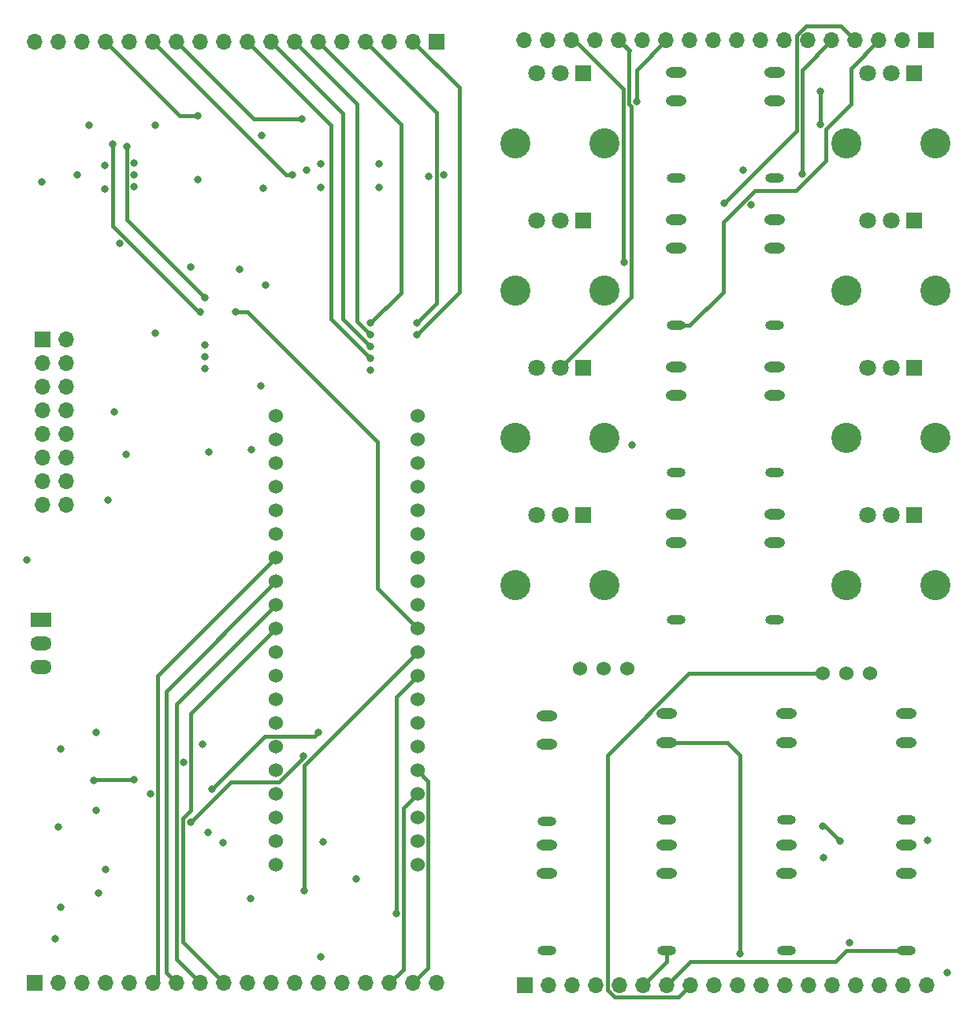
<source format=gbl>
%TF.GenerationSoftware,KiCad,Pcbnew,(6.0.0-0)*%
%TF.CreationDate,2022-07-11T02:03:33-04:00*%
%TF.ProjectId,daisy_hardware_v1,64616973-795f-4686-9172-64776172655f,rev?*%
%TF.SameCoordinates,Original*%
%TF.FileFunction,Copper,L4,Bot*%
%TF.FilePolarity,Positive*%
%FSLAX46Y46*%
G04 Gerber Fmt 4.6, Leading zero omitted, Abs format (unit mm)*
G04 Created by KiCad (PCBNEW (6.0.0-0)) date 2022-07-11 02:03:33*
%MOMM*%
%LPD*%
G01*
G04 APERTURE LIST*
%TA.AperFunction,ComponentPad*%
%ADD10O,2.216000X1.108000*%
%TD*%
%TA.AperFunction,ComponentPad*%
%ADD11O,2.016000X1.008000*%
%TD*%
%TA.AperFunction,ComponentPad*%
%ADD12R,1.700000X1.700000*%
%TD*%
%TA.AperFunction,ComponentPad*%
%ADD13O,1.700000X1.700000*%
%TD*%
%TA.AperFunction,ComponentPad*%
%ADD14C,3.240000*%
%TD*%
%TA.AperFunction,ComponentPad*%
%ADD15R,1.800000X1.800000*%
%TD*%
%TA.AperFunction,ComponentPad*%
%ADD16C,1.800000*%
%TD*%
%TA.AperFunction,ComponentPad*%
%ADD17C,1.524000*%
%TD*%
%TA.AperFunction,ComponentPad*%
%ADD18R,2.300000X1.500000*%
%TD*%
%TA.AperFunction,ComponentPad*%
%ADD19O,2.300000X1.500000*%
%TD*%
%TA.AperFunction,ViaPad*%
%ADD20C,0.800000*%
%TD*%
%TA.AperFunction,Conductor*%
%ADD21C,0.381000*%
%TD*%
G04 APERTURE END LIST*
D10*
%TO.P,J13,1*%
%TO.N,GND*%
X107870333Y-294079999D03*
%TO.P,J13,2*%
X107870333Y-297179999D03*
D11*
%TO.P,J13,3*%
%TO.N,/CV_MORPH_A_TOP*%
X107870333Y-305479999D03*
%TD*%
D10*
%TO.P,J15,1*%
%TO.N,GND*%
X118443666Y-278244000D03*
%TO.P,J15,2*%
X118443666Y-281344000D03*
D11*
%TO.P,J15,3*%
%TO.N,/CV_RATE_B_TOP*%
X118443666Y-289644000D03*
%TD*%
D12*
%TO.P,J1,1,Pin_1*%
%TO.N,-12V*%
X39820000Y-306960000D03*
D13*
%TO.P,J1,2,Pin_2*%
X42360000Y-306960000D03*
%TO.P,J1,3,Pin_3*%
%TO.N,GND*%
X39820000Y-309500000D03*
%TO.P,J1,4,Pin_4*%
X42360000Y-309500000D03*
%TO.P,J1,5,Pin_5*%
X39820000Y-312040000D03*
%TO.P,J1,6,Pin_6*%
X42360000Y-312040000D03*
%TO.P,J1,7,Pin_7*%
X39820000Y-314580000D03*
%TO.P,J1,8,Pin_8*%
X42360000Y-314580000D03*
%TO.P,J1,9,Pin_9*%
%TO.N,+12V*%
X39820000Y-317120000D03*
%TO.P,J1,10,Pin_10*%
X42360000Y-317120000D03*
%TO.P,J1,11,Pin_11*%
%TO.N,unconnected-(J1-Pad11)*%
X39820000Y-319660000D03*
%TO.P,J1,12,Pin_12*%
%TO.N,unconnected-(J1-Pad12)*%
X42360000Y-319660000D03*
%TO.P,J1,13,Pin_13*%
%TO.N,unconnected-(J1-Pad13)*%
X39820000Y-322200000D03*
%TO.P,J1,14,Pin_14*%
%TO.N,unconnected-(J1-Pad14)*%
X42360000Y-322200000D03*
%TO.P,J1,15,Pin_15*%
%TO.N,unconnected-(J1-Pad15)*%
X39820000Y-324740000D03*
%TO.P,J1,16,Pin_16*%
%TO.N,unconnected-(J1-Pad16)*%
X42360000Y-324740000D03*
%TD*%
D10*
%TO.P,J14,1*%
%TO.N,GND*%
X107870333Y-309915998D03*
%TO.P,J14,2*%
X107870333Y-313015998D03*
D11*
%TO.P,J14,3*%
%TO.N,/CV_START_A_TOP*%
X107870333Y-321315998D03*
%TD*%
D14*
%TO.P,RV1,*%
%TO.N,*%
X135737000Y-285874000D03*
X126137000Y-285874000D03*
D15*
%TO.P,RV1,1,1*%
%TO.N,+3V3*%
X133437000Y-278374000D03*
D16*
%TO.P,RV1,2,2*%
%TO.N,/POT_RATE_B_TOP*%
X130937000Y-278374000D03*
%TO.P,RV1,3,3*%
%TO.N,GND*%
X128437000Y-278374000D03*
%TD*%
D10*
%TO.P,J10,1*%
%TO.N,GND*%
X119718666Y-347215000D03*
%TO.P,J10,2*%
%TO.N,/SYNC_DETECT_B_TOP*%
X119718666Y-350315000D03*
D11*
%TO.P,J10,3*%
%TO.N,/SYNC_B_TOP*%
X119718666Y-358615000D03*
%TD*%
D14*
%TO.P,RV3,*%
%TO.N,*%
X100177000Y-317546000D03*
X90577000Y-317546000D03*
D15*
%TO.P,RV3,1,1*%
%TO.N,+3V3*%
X97877000Y-310046000D03*
D16*
%TO.P,RV3,2,2*%
%TO.N,/POT_START_A_TOP*%
X95377000Y-310046000D03*
%TO.P,RV3,3,3*%
%TO.N,GND*%
X92877000Y-310046000D03*
%TD*%
D14*
%TO.P,RV5,*%
%TO.N,*%
X100177000Y-301710000D03*
X90577000Y-301710000D03*
D15*
%TO.P,RV5,1,1*%
%TO.N,+3V3*%
X97877000Y-294210000D03*
D16*
%TO.P,RV5,2,2*%
%TO.N,/POT_MORPH_A_TOP*%
X95377000Y-294210000D03*
%TO.P,RV5,3,3*%
%TO.N,GND*%
X92877000Y-294210000D03*
%TD*%
D10*
%TO.P,J3,1*%
%TO.N,GND*%
X93980000Y-361312000D03*
%TO.P,J3,2*%
%TO.N,unconnected-(J3-Pad2)*%
X93980000Y-364412000D03*
D11*
%TO.P,J3,3*%
%TO.N,/DAC1_TOP*%
X93980000Y-372712000D03*
%TD*%
D10*
%TO.P,J18,1*%
%TO.N,GND*%
X107870333Y-325751998D03*
%TO.P,J18,2*%
X107870333Y-328851998D03*
D11*
%TO.P,J18,3*%
%TO.N,/CV_END_A_TOP*%
X107870333Y-337151998D03*
%TD*%
D14*
%TO.P,RV2,*%
%TO.N,*%
X135737000Y-301710000D03*
X126137000Y-301710000D03*
D15*
%TO.P,RV2,1,1*%
%TO.N,+3V3*%
X133437000Y-294210000D03*
D16*
%TO.P,RV2,2,2*%
%TO.N,/POT_MORPH_B_TOP*%
X130937000Y-294210000D03*
%TO.P,RV2,3,3*%
%TO.N,GND*%
X128437000Y-294210000D03*
%TD*%
D10*
%TO.P,J12,1*%
%TO.N,GND*%
X107870333Y-278244000D03*
%TO.P,J12,2*%
X107870333Y-281344000D03*
D11*
%TO.P,J12,3*%
%TO.N,/CV_RATE_A_TOP*%
X107870333Y-289644000D03*
%TD*%
D10*
%TO.P,J16,1*%
%TO.N,GND*%
X118443666Y-294080000D03*
%TO.P,J16,2*%
X118443666Y-297180000D03*
D11*
%TO.P,J16,3*%
%TO.N,/CV_MORPH_B_TOP*%
X118443666Y-305480000D03*
%TD*%
D10*
%TO.P,J17,1*%
%TO.N,GND*%
X118443666Y-309916000D03*
%TO.P,J17,2*%
X118443666Y-313016000D03*
D11*
%TO.P,J17,3*%
%TO.N,/CV_START_B_TOP*%
X118443666Y-321316000D03*
%TD*%
D10*
%TO.P,J7,1*%
%TO.N,GND*%
X93980000Y-347444500D03*
%TO.P,J7,2*%
%TO.N,/SYNC_DETECT_A_TOP*%
X93980000Y-350544500D03*
D11*
%TO.P,J7,3*%
%TO.N,/SYNC_A_TOP*%
X93980000Y-358844500D03*
%TD*%
D10*
%TO.P,J4,1*%
%TO.N,GND*%
X106849333Y-361312000D03*
%TO.P,J4,2*%
%TO.N,unconnected-(J4-Pad2)*%
X106849333Y-364412000D03*
D11*
%TO.P,J4,3*%
%TO.N,/EOC_A_TOP*%
X106849333Y-372712000D03*
%TD*%
D14*
%TO.P,RV4,*%
%TO.N,*%
X90577000Y-333382000D03*
X100177000Y-333382000D03*
D15*
%TO.P,RV4,1,1*%
%TO.N,+3V3*%
X97877000Y-325882000D03*
D16*
%TO.P,RV4,2,2*%
%TO.N,/POT_END_A_TOP*%
X95377000Y-325882000D03*
%TO.P,RV4,3,3*%
%TO.N,GND*%
X92877000Y-325882000D03*
%TD*%
D14*
%TO.P,RV7,*%
%TO.N,*%
X126137000Y-333382000D03*
X135737000Y-333382000D03*
D15*
%TO.P,RV7,1,1*%
%TO.N,+3V3*%
X133437000Y-325882000D03*
D16*
%TO.P,RV7,2,2*%
%TO.N,/POT_END_B_TOP*%
X130937000Y-325882000D03*
%TO.P,RV7,3,3*%
%TO.N,GND*%
X128437000Y-325882000D03*
%TD*%
D10*
%TO.P,J2,1*%
%TO.N,GND*%
X119718666Y-361312000D03*
%TO.P,J2,2*%
%TO.N,unconnected-(J2-Pad2)*%
X119718666Y-364412000D03*
D11*
%TO.P,J2,3*%
%TO.N,/DAC2_TOP*%
X119718666Y-372712000D03*
%TD*%
D17*
%TO.P,SW1,1,A*%
%TO.N,/SW_A_1_TOP*%
X97536000Y-342392000D03*
%TO.P,SW1,2,B*%
%TO.N,GND*%
X100076000Y-342392000D03*
%TO.P,SW1,3,C*%
%TO.N,/SW_A_2_TOP*%
X102616000Y-342392000D03*
%TD*%
D10*
%TO.P,J19,1*%
%TO.N,GND*%
X118443666Y-325752000D03*
%TO.P,J19,2*%
X118443666Y-328852000D03*
D11*
%TO.P,J19,3*%
%TO.N,/CV_END_B_TOP*%
X118443666Y-337152000D03*
%TD*%
D10*
%TO.P,J11,1*%
%TO.N,GND*%
X132588000Y-347215000D03*
%TO.P,J11,2*%
%TO.N,/RESET_DETECT_B_TOP*%
X132588000Y-350315000D03*
D11*
%TO.P,J11,3*%
%TO.N,/RESET_B_TOP*%
X132588000Y-358615000D03*
%TD*%
D14*
%TO.P,RV8,*%
%TO.N,*%
X100177000Y-285874000D03*
X90577000Y-285874000D03*
D15*
%TO.P,RV8,1,1*%
%TO.N,+3V3*%
X97877000Y-278374000D03*
D16*
%TO.P,RV8,2,2*%
%TO.N,/POT_RATE_A_TOP*%
X95377000Y-278374000D03*
%TO.P,RV8,3,3*%
%TO.N,GND*%
X92877000Y-278374000D03*
%TD*%
D10*
%TO.P,J8,1*%
%TO.N,GND*%
X106849333Y-347215000D03*
%TO.P,J8,2*%
%TO.N,/RESET_DETECT_A_TOP*%
X106849333Y-350315000D03*
D11*
%TO.P,J8,3*%
%TO.N,/RESET_A_TOP*%
X106849333Y-358615000D03*
%TD*%
D14*
%TO.P,RV6,*%
%TO.N,*%
X126137000Y-317546000D03*
X135737000Y-317546000D03*
D15*
%TO.P,RV6,1,1*%
%TO.N,+3V3*%
X133437000Y-310046000D03*
D16*
%TO.P,RV6,2,2*%
%TO.N,/POT_START_B_TOP*%
X130937000Y-310046000D03*
%TO.P,RV6,3,3*%
%TO.N,GND*%
X128437000Y-310046000D03*
%TD*%
D10*
%TO.P,J5,1*%
%TO.N,GND*%
X132588000Y-361312000D03*
%TO.P,J5,2*%
%TO.N,unconnected-(J5-Pad2)*%
X132588000Y-364412000D03*
D11*
%TO.P,J5,3*%
%TO.N,/EOC_B_TOP*%
X132588000Y-372712000D03*
%TD*%
D18*
%TO.P,U9,1,IN*%
%TO.N,+12V*%
X39586000Y-337128400D03*
D19*
%TO.P,U9,2,GND*%
%TO.N,GND*%
X39586000Y-339668400D03*
%TO.P,U9,3,OUT*%
%TO.N,+3V3*%
X39586000Y-342208400D03*
%TD*%
D17*
%TO.P,U1,1*%
%TO.N,unconnected-(U1-Pad1)*%
X64830000Y-315232000D03*
%TO.P,U1,2*%
%TO.N,/MUX2_S2*%
X64830000Y-317772000D03*
%TO.P,U1,3*%
%TO.N,/MUX2_S1*%
X64830000Y-320312000D03*
%TO.P,U1,4*%
%TO.N,/MUX2_S0*%
X64830000Y-322852000D03*
%TO.P,U1,5*%
%TO.N,unconnected-(U1-Pad5)*%
X64830000Y-325392000D03*
%TO.P,U1,6*%
%TO.N,unconnected-(U1-Pad6)*%
X64830000Y-327932000D03*
%TO.P,U1,7*%
%TO.N,/RESET_DETECT_B_BOTTOM*%
X64830000Y-330472000D03*
%TO.P,U1,8*%
%TO.N,/SYNC_DETECT_B_BOTTOM*%
X64830000Y-333012000D03*
%TO.P,U1,9*%
%TO.N,/RESET_DETECT_A_BOTTOM*%
X64830000Y-335552000D03*
%TO.P,U1,10*%
%TO.N,/SYNC_DETECT_A_BOTTOM*%
X64830000Y-338092000D03*
%TO.P,U1,11*%
%TO.N,/SYNC_B*%
X64830000Y-340632000D03*
%TO.P,U1,12*%
%TO.N,unconnected-(U1-Pad12)*%
X64830000Y-343172000D03*
%TO.P,U1,13*%
%TO.N,/SYNC_A*%
X64830000Y-345712000D03*
%TO.P,U1,14*%
%TO.N,/RESET_A*%
X64830000Y-348252000D03*
%TO.P,U1,15*%
%TO.N,/RESET_B*%
X64830000Y-350792000D03*
%TO.P,U1,16*%
%TO.N,unconnected-(U1-Pad16)*%
X64830000Y-353332000D03*
%TO.P,U1,17*%
%TO.N,unconnected-(U1-Pad17)*%
X64830000Y-355872000D03*
%TO.P,U1,18*%
%TO.N,unconnected-(U1-Pad18)*%
X64830000Y-358412000D03*
%TO.P,U1,19*%
%TO.N,unconnected-(U1-Pad19)*%
X64830000Y-360952000D03*
%TO.P,U1,20*%
%TO.N,GND*%
X64830000Y-363492000D03*
%TO.P,U1,21*%
%TO.N,unconnected-(U1-Pad21)*%
X80070000Y-363492000D03*
%TO.P,U1,22*%
%TO.N,/SW_B_2_BOTTOM*%
X80070000Y-360952000D03*
%TO.P,U1,23*%
%TO.N,/SW_B_1_BOTTOM*%
X80070000Y-358412000D03*
%TO.P,U1,24*%
%TO.N,/SW_A_2_BOTTOM*%
X80070000Y-355872000D03*
%TO.P,U1,25*%
%TO.N,/SW_A_1_BOTTOM*%
X80070000Y-353332000D03*
%TO.P,U1,26*%
%TO.N,/EOC_B*%
X80070000Y-350792000D03*
%TO.P,U1,27*%
%TO.N,/EOC_A*%
X80070000Y-348252000D03*
%TO.P,U1,28*%
%TO.N,unconnected-(U1-Pad28)*%
X80070000Y-345712000D03*
%TO.P,U1,29*%
%TO.N,/DAC1*%
X80070000Y-343172000D03*
%TO.P,U1,30*%
%TO.N,/DAC2*%
X80070000Y-340632000D03*
%TO.P,U1,31*%
%TO.N,/MUX2_ADC*%
X80070000Y-338092000D03*
%TO.P,U1,32*%
%TO.N,/MUX1_S2*%
X80070000Y-335552000D03*
%TO.P,U1,33*%
%TO.N,/MUX1_S1*%
X80070000Y-333012000D03*
%TO.P,U1,34*%
%TO.N,/MUX1_S0*%
X80070000Y-330472000D03*
%TO.P,U1,35*%
%TO.N,/MUX1_ADC*%
X80070000Y-327932000D03*
%TO.P,U1,36*%
%TO.N,unconnected-(U1-Pad36)*%
X80070000Y-325392000D03*
%TO.P,U1,37*%
%TO.N,unconnected-(U1-Pad37)*%
X80070000Y-322852000D03*
%TO.P,U1,38*%
%TO.N,unconnected-(U1-Pad38)*%
X80070000Y-320312000D03*
%TO.P,U1,39*%
%TO.N,+3V3*%
X80070000Y-317772000D03*
%TO.P,U1,40*%
%TO.N,GND*%
X80070000Y-315232000D03*
%TD*%
%TO.P,SW2,1,A*%
%TO.N,/SW_B_1_TOP*%
X123571000Y-342900000D03*
%TO.P,SW2,2,B*%
%TO.N,GND*%
X126111000Y-342900000D03*
%TO.P,SW2,3,C*%
%TO.N,/SW_B_2_TOP*%
X128651000Y-342900000D03*
%TD*%
D12*
%TO.P,J21,1,Pin_1*%
%TO.N,+3V3*%
X38976400Y-376193600D03*
D13*
%TO.P,J21,2,Pin_2*%
%TO.N,/RESET_A_BOTTOM*%
X41516400Y-376193600D03*
%TO.P,J21,3,Pin_3*%
%TO.N,/RESET_B_BOTTOM*%
X44056400Y-376193600D03*
%TO.P,J21,4,Pin_4*%
%TO.N,/SYNC_B_BOTTOM*%
X46596400Y-376193600D03*
%TO.P,J21,5,Pin_5*%
%TO.N,/SYNC_A_BOTTOM*%
X49136400Y-376193600D03*
%TO.P,J21,6,Pin_6*%
%TO.N,/RESET_DETECT_B_BOTTOM*%
X51676400Y-376193600D03*
%TO.P,J21,7,Pin_7*%
%TO.N,/SYNC_DETECT_B_BOTTOM*%
X54216400Y-376193600D03*
%TO.P,J21,8,Pin_8*%
%TO.N,/RESET_DETECT_A_BOTTOM*%
X56756400Y-376193600D03*
%TO.P,J21,9,Pin_9*%
%TO.N,/SYNC_DETECT_A_BOTTOM*%
X59296400Y-376193600D03*
%TO.P,J21,10,Pin_10*%
%TO.N,/SW_B_2_BOTTOM*%
X61836400Y-376193600D03*
%TO.P,J21,11,Pin_11*%
%TO.N,/SW_B_1_BOTTOM*%
X64376400Y-376193600D03*
%TO.P,J21,12,Pin_12*%
%TO.N,/EOC_B_BOTTOM*%
X66916400Y-376193600D03*
%TO.P,J21,13,Pin_13*%
%TO.N,/EOC_A_BOTTOM*%
X69456400Y-376193600D03*
%TO.P,J21,14,Pin_14*%
%TO.N,/DAC2_BOTTOM*%
X71996400Y-376193600D03*
%TO.P,J21,15,Pin_15*%
%TO.N,/DAC1_BOTTOM*%
X74536400Y-376193600D03*
%TO.P,J21,16,Pin_16*%
%TO.N,/SW_A_2_BOTTOM*%
X77076400Y-376193600D03*
%TO.P,J21,17,Pin_17*%
%TO.N,/SW_A_1_BOTTOM*%
X79616400Y-376193600D03*
%TO.P,J21,18,Pin_18*%
%TO.N,GND*%
X82156400Y-376193600D03*
%TD*%
D12*
%TO.P,J20,1,Pin_1*%
%TO.N,unconnected-(J20-Pad1)*%
X82126400Y-274975000D03*
D13*
%TO.P,J20,2,Pin_2*%
%TO.N,/POT_END_B_BOTTOM*%
X79586400Y-274975000D03*
%TO.P,J20,3,Pin_3*%
%TO.N,/POT_END_A_BOTTOM*%
X77046400Y-274975000D03*
%TO.P,J20,4,Pin_4*%
%TO.N,/POT_START_B_BOTTOM*%
X74506400Y-274975000D03*
%TO.P,J20,5,Pin_5*%
%TO.N,/POT_START_A_BOTTOM*%
X71966400Y-274975000D03*
%TO.P,J20,6,Pin_6*%
%TO.N,/POT_MORPH_B_BOTTOM*%
X69426400Y-274975000D03*
%TO.P,J20,7,Pin_7*%
%TO.N,/POT_RATE_B_BOTTOM*%
X66886400Y-274975000D03*
%TO.P,J20,8,Pin_8*%
%TO.N,/POT_RATE_A_BOTTOM*%
X64346400Y-274975000D03*
%TO.P,J20,9,Pin_9*%
%TO.N,/POT_MORPH_A_BOTTOM*%
X61806400Y-274975000D03*
%TO.P,J20,10,Pin_10*%
%TO.N,/CV_START_B_BOTTOM*%
X59266400Y-274975000D03*
%TO.P,J20,11,Pin_11*%
%TO.N,/CV_END_B_BOTTOM*%
X56726400Y-274975000D03*
%TO.P,J20,12,Pin_12*%
%TO.N,/CV_RATE_B_BOTTOM*%
X54186400Y-274975000D03*
%TO.P,J20,13,Pin_13*%
%TO.N,/CV_MORPH_B_BOTTOM*%
X51646400Y-274975000D03*
%TO.P,J20,14,Pin_14*%
%TO.N,/CV_START_A_BOTTOM*%
X49106400Y-274975000D03*
%TO.P,J20,15,Pin_15*%
%TO.N,/CV_END_A_BOTTOM*%
X46566400Y-274975000D03*
%TO.P,J20,16,Pin_16*%
%TO.N,/CV_RATE_A_BOTTOM*%
X44026400Y-274975000D03*
%TO.P,J20,17,Pin_17*%
%TO.N,/CV_MORPH_A_BOTTOM*%
X41486400Y-274975000D03*
%TO.P,J20,18,Pin_18*%
%TO.N,unconnected-(J20-Pad18)*%
X38946400Y-274975000D03*
%TD*%
D12*
%TO.P,J9,1,Pin_1*%
%TO.N,GND*%
X91592400Y-376428000D03*
D13*
%TO.P,J9,2,Pin_2*%
%TO.N,/SW_A_1_TOP*%
X94132400Y-376428000D03*
%TO.P,J9,3,Pin_3*%
%TO.N,/SW_A_2_TOP*%
X96672400Y-376428000D03*
%TO.P,J9,4,Pin_4*%
%TO.N,/DAC1_TOP*%
X99212400Y-376428000D03*
%TO.P,J9,5,Pin_5*%
%TO.N,/DAC2_TOP*%
X101752400Y-376428000D03*
%TO.P,J9,6,Pin_6*%
%TO.N,/EOC_A_TOP*%
X104292400Y-376428000D03*
%TO.P,J9,7,Pin_7*%
%TO.N,/EOC_B_TOP*%
X106832400Y-376428000D03*
%TO.P,J9,8,Pin_8*%
%TO.N,/SW_B_1_TOP*%
X109372400Y-376428000D03*
%TO.P,J9,9,Pin_9*%
%TO.N,/SW_B_2_TOP*%
X111912400Y-376428000D03*
%TO.P,J9,10,Pin_10*%
%TO.N,/SYNC_DETECT_A_TOP*%
X114452400Y-376428000D03*
%TO.P,J9,11,Pin_11*%
%TO.N,/RESET_DETECT_A_TOP*%
X116992400Y-376428000D03*
%TO.P,J9,12,Pin_12*%
%TO.N,/SYNC_DETECT_B_TOP*%
X119532400Y-376428000D03*
%TO.P,J9,13,Pin_13*%
%TO.N,/RESET_DETECT_B_TOP*%
X122072400Y-376428000D03*
%TO.P,J9,14,Pin_14*%
%TO.N,/SYNC_A_TOP*%
X124612400Y-376428000D03*
%TO.P,J9,15,Pin_15*%
%TO.N,/SYNC_B_TOP*%
X127152400Y-376428000D03*
%TO.P,J9,16,Pin_16*%
%TO.N,/RESET_B_TOP*%
X129692400Y-376428000D03*
%TO.P,J9,17,Pin_17*%
%TO.N,/RESET_A_TOP*%
X132232400Y-376428000D03*
%TO.P,J9,18,Pin_18*%
%TO.N,+3V3*%
X134772400Y-376428000D03*
%TD*%
D12*
%TO.P,J6,1,Pin_1*%
%TO.N,unconnected-(J6-Pad1)*%
X134742400Y-274828000D03*
D13*
%TO.P,J6,2,Pin_2*%
%TO.N,/CV_RATE_A_TOP*%
X132202400Y-274828000D03*
%TO.P,J6,3,Pin_3*%
%TO.N,/CV_MORPH_A_TOP*%
X129662400Y-274828000D03*
%TO.P,J6,4,Pin_4*%
%TO.N,/CV_START_A_TOP*%
X127122400Y-274828000D03*
%TO.P,J6,5,Pin_5*%
%TO.N,/CV_RATE_B_TOP*%
X124582400Y-274828000D03*
%TO.P,J6,6,Pin_6*%
%TO.N,/CV_MORPH_B_TOP*%
X122042400Y-274828000D03*
%TO.P,J6,7,Pin_7*%
%TO.N,/CV_START_B_TOP*%
X119502400Y-274828000D03*
%TO.P,J6,8,Pin_8*%
%TO.N,/CV_END_A_TOP*%
X116962400Y-274828000D03*
%TO.P,J6,9,Pin_9*%
%TO.N,/CV_END_B_TOP*%
X114422400Y-274828000D03*
%TO.P,J6,10,Pin_10*%
%TO.N,/POT_RATE_B_TOP*%
X111882400Y-274828000D03*
%TO.P,J6,11,Pin_11*%
%TO.N,/POT_RATE_A_TOP*%
X109342400Y-274828000D03*
%TO.P,J6,12,Pin_12*%
%TO.N,/POT_MORPH_A_TOP*%
X106802400Y-274828000D03*
%TO.P,J6,13,Pin_13*%
%TO.N,/POT_MORPH_B_TOP*%
X104262400Y-274828000D03*
%TO.P,J6,14,Pin_14*%
%TO.N,/POT_START_A_TOP*%
X101722400Y-274828000D03*
%TO.P,J6,15,Pin_15*%
%TO.N,/POT_START_B_TOP*%
X99182400Y-274828000D03*
%TO.P,J6,16,Pin_16*%
%TO.N,/POT_END_A_TOP*%
X96642400Y-274828000D03*
%TO.P,J6,17,Pin_17*%
%TO.N,/POT_END_B_TOP*%
X94102400Y-274828000D03*
%TO.P,J6,18,Pin_18*%
%TO.N,unconnected-(J6-Pad18)*%
X91562400Y-274828000D03*
%TD*%
D20*
%TO.N,GND*%
X75908000Y-290621000D03*
X134899400Y-360857800D03*
X46514000Y-290848000D03*
X38112800Y-330727600D03*
X51368000Y-355872000D03*
X69685000Y-290621000D03*
X41716000Y-351046000D03*
X41716000Y-368064000D03*
X46825000Y-324276000D03*
X57210000Y-308882000D03*
X41462000Y-359428000D03*
X49618000Y-290594000D03*
X47460000Y-314751000D03*
X75908000Y-288081000D03*
X69685000Y-288081000D03*
X46514000Y-288308000D03*
X51876000Y-306342000D03*
X49618000Y-288054000D03*
X49618000Y-289324000D03*
X54952000Y-352422180D03*
X57210000Y-310152000D03*
X57210000Y-307612000D03*
%TO.N,/RESET_A*%
X45272000Y-354376000D03*
X49590000Y-354348000D03*
%TO.N,/RESET_B*%
X59197480Y-361106000D03*
X46542000Y-364000000D03*
%TO.N,-12V*%
X62192000Y-318840400D03*
X73466000Y-365016000D03*
%TO.N,+12V*%
X48730000Y-319329800D03*
X69656000Y-373398000D03*
X39586000Y-337128400D03*
%TO.N,+3V3*%
X45526000Y-349268000D03*
X45526000Y-357650000D03*
X63233400Y-312007800D03*
X43494000Y-289324000D03*
X68132000Y-288816000D03*
X41110000Y-371393000D03*
X45780000Y-366540000D03*
X136982200Y-375056400D03*
X55686000Y-299230000D03*
X57569200Y-359963000D03*
X60992000Y-299484000D03*
X56956000Y-350538000D03*
%TO.N,/MUX2_ADC*%
X60512000Y-304056000D03*
%TO.N,/CV_END_A*%
X48828000Y-286276000D03*
X57210000Y-302532000D03*
%TO.N,/CV_RATE_A*%
X56702000Y-304056000D03*
X47304000Y-286022000D03*
%TO.N,/RESET_A_TOP*%
X123698000Y-362712000D03*
%TO.N,/EOC_B*%
X67827385Y-351757385D03*
X55686000Y-358920000D03*
%TO.N,/EOC_A*%
X57972000Y-355364000D03*
X69402000Y-349268000D03*
%TO.N,/SYNC_B_TOP*%
X123571000Y-359283000D03*
X125504000Y-360934000D03*
%TO.N,/CV_START_A_TOP*%
X113030000Y-292354000D03*
%TO.N,/CV_RATE_B_TOP*%
X121412000Y-289179000D03*
%TO.N,/CV_MORPH_B_TOP*%
X123345000Y-283845000D03*
X123317000Y-280289000D03*
%TO.N,/CV_START_B_TOP*%
X115938115Y-292468115D03*
%TO.N,/DAC2*%
X67878000Y-366286000D03*
%TO.N,/DAC1*%
X77784000Y-368700000D03*
%TO.N,/POT_RATE_B_BOTTOM*%
X75055000Y-306469000D03*
%TO.N,/POT_RATE_A_BOTTOM*%
X75055000Y-307739000D03*
%TO.N,/POT_MORPH_A_BOTTOM*%
X75055000Y-309009000D03*
%TO.N,/POT_MORPH_B_BOTTOM*%
X75055000Y-305199000D03*
%TO.N,/POT_START_B_BOTTOM*%
X80005000Y-305199000D03*
%TO.N,/POT_END_B_BOTTOM*%
X80005000Y-306469000D03*
%TO.N,/CV_END_B_TOP*%
X115062000Y-288798000D03*
%TO.N,/CV_RATE_B_BOTTOM*%
X67624000Y-283256000D03*
%TO.N,/CV_MORPH_B_BOTTOM*%
X66608000Y-289324000D03*
%TO.N,/CV_END_A_BOTTOM*%
X56448000Y-282974000D03*
%TO.N,AREF_-10V*%
X51876000Y-283990000D03*
X63462000Y-290748000D03*
X82892000Y-289324000D03*
X48066000Y-296690000D03*
X44764000Y-283990000D03*
X63335000Y-285033000D03*
X56448000Y-289832000D03*
X39684000Y-290086000D03*
X81312000Y-289478000D03*
%TO.N,+5V*%
X57620000Y-319091000D03*
X62141200Y-367125800D03*
X75055000Y-310279000D03*
X63749000Y-301135000D03*
%TO.N,/RESET_DETECT_A_TOP*%
X114681000Y-372999000D03*
%TO.N,/RESET_DETECT_B_TOP*%
X126492000Y-371856000D03*
%TO.N,/POT_MORPH_A_TOP*%
X103632000Y-281432000D03*
%TO.N,/POT_END_A_TOP*%
X102235000Y-298704000D03*
%TO.N,/POT_END_B_TOP*%
X103124000Y-318338000D03*
%TO.N,/SW_B_2_BOTTOM*%
X69939000Y-360979000D03*
%TD*%
D21*
%TO.N,/RESET_A*%
X49590000Y-354348000D02*
X45300000Y-354348000D01*
X45300000Y-354348000D02*
X45272000Y-354376000D01*
%TO.N,/EOC_A_TOP*%
X106849333Y-372712000D02*
X106849333Y-373871067D01*
X106849333Y-373871067D02*
X104292400Y-376428000D01*
%TO.N,/EOC_B_TOP*%
X126144000Y-372712000D02*
X132588000Y-372712000D01*
X106832400Y-376428000D02*
X109372400Y-373888000D01*
X124968000Y-373888000D02*
X126144000Y-372712000D01*
X109372400Y-373888000D02*
X124968000Y-373888000D01*
%TO.N,/MUX2_ADC*%
X75752000Y-318026000D02*
X75752000Y-333774000D01*
X60512000Y-304056000D02*
X61782000Y-304056000D01*
X61782000Y-304056000D02*
X75752000Y-318026000D01*
X75752000Y-333774000D02*
X80070000Y-338092000D01*
%TO.N,/CV_END_A*%
X48828000Y-294150000D02*
X57210000Y-302532000D01*
X48828000Y-286276000D02*
X48828000Y-294150000D01*
%TO.N,/CV_RATE_A*%
X47304000Y-286022000D02*
X47304000Y-294810755D01*
X56702000Y-304208755D02*
X56702000Y-304056000D01*
X47304000Y-294810755D02*
X56702000Y-304208755D01*
%TO.N,/EOC_B*%
X65189191Y-354602000D02*
X60004000Y-354602000D01*
X67827385Y-351963806D02*
X65189191Y-354602000D01*
X67827385Y-351757385D02*
X67827385Y-351963806D01*
X60004000Y-354602000D02*
X55686000Y-358920000D01*
%TO.N,/EOC_A*%
X63696011Y-349639989D02*
X69030011Y-349639989D01*
X69030011Y-349639989D02*
X69402000Y-349268000D01*
X57972000Y-355364000D02*
X63696011Y-349639989D01*
%TO.N,/SW_B_1_TOP*%
X109220000Y-342900000D02*
X123571000Y-342900000D01*
X108132389Y-377668011D02*
X101238770Y-377668011D01*
X101238770Y-377668011D02*
X100457000Y-376886241D01*
X109372400Y-376428000D02*
X108132389Y-377668011D01*
X100457000Y-376886241D02*
X100457000Y-351663000D01*
X100457000Y-351663000D02*
X109220000Y-342900000D01*
%TO.N,/SYNC_B_TOP*%
X123571000Y-359283000D02*
X123853000Y-359283000D01*
X123853000Y-359283000D02*
X125504000Y-360934000D01*
%TO.N,/CV_MORPH_A_TOP*%
X116332000Y-290957000D02*
X120751245Y-290957000D01*
X107870333Y-305479999D02*
X109302001Y-305479999D01*
X123952000Y-287756245D02*
X123952000Y-284355245D01*
X126619000Y-281688245D02*
X126619000Y-277871400D01*
X120751245Y-290957000D02*
X123952000Y-287756245D01*
X112903000Y-294386000D02*
X116332000Y-290957000D01*
X109302001Y-305479999D02*
X112903000Y-301879000D01*
X126619000Y-277871400D02*
X129662400Y-274828000D01*
X123952000Y-284355245D02*
X126619000Y-281688245D01*
X112903000Y-301879000D02*
X112903000Y-294386000D01*
%TO.N,/CV_START_A_TOP*%
X120802389Y-284581611D02*
X120802389Y-274314370D01*
X113030000Y-292354000D02*
X120802389Y-284581611D01*
X121812759Y-273304000D02*
X125598400Y-273304000D01*
X120802389Y-274314370D02*
X121812759Y-273304000D01*
X125598400Y-273304000D02*
X127122400Y-274828000D01*
%TO.N,/CV_RATE_B_TOP*%
X121412000Y-277998400D02*
X124582400Y-274828000D01*
X121412000Y-289179000D02*
X121412000Y-277998400D01*
%TO.N,/CV_MORPH_B_TOP*%
X123317000Y-280289000D02*
X123317000Y-283817000D01*
X123317000Y-283817000D02*
X123345000Y-283845000D01*
%TO.N,/DAC2*%
X80070000Y-340632000D02*
X67878000Y-352824000D01*
X67878000Y-352824000D02*
X67878000Y-366286000D01*
%TO.N,/DAC1*%
X80070000Y-343172000D02*
X77784000Y-345458000D01*
X77784000Y-345458000D02*
X77784000Y-368700000D01*
%TO.N,/POT_RATE_B_BOTTOM*%
X66886400Y-274975000D02*
X73596000Y-281684600D01*
X73596000Y-281684600D02*
X73596000Y-305010000D01*
X73596000Y-305010000D02*
X75055000Y-306469000D01*
%TO.N,/POT_RATE_A_BOTTOM*%
X72072000Y-304756000D02*
X75055000Y-307739000D01*
X72072000Y-304756000D02*
X72072000Y-282700600D01*
X72072000Y-282700600D02*
X64346400Y-274975000D01*
%TO.N,/POT_MORPH_A_BOTTOM*%
X70796000Y-283964600D02*
X70796000Y-304750000D01*
X70796000Y-304750000D02*
X75055000Y-309009000D01*
X61806400Y-274975000D02*
X70796000Y-283964600D01*
%TO.N,/POT_MORPH_B_BOTTOM*%
X69426400Y-274975000D02*
X78292000Y-283840600D01*
X78292000Y-283840600D02*
X78292000Y-301962000D01*
X78292000Y-301962000D02*
X75055000Y-305199000D01*
%TO.N,/POT_START_B_BOTTOM*%
X74506400Y-274975000D02*
X82102000Y-282570600D01*
X82102000Y-282570600D02*
X82102000Y-303102000D01*
X82102000Y-303102000D02*
X80005000Y-305199000D01*
%TO.N,/POT_END_B_BOTTOM*%
X80005000Y-306469000D02*
X84544000Y-301930000D01*
X84544000Y-301930000D02*
X84544000Y-279932600D01*
X84544000Y-279932600D02*
X79586400Y-274975000D01*
%TO.N,/CV_RATE_B_BOTTOM*%
X54186400Y-274975000D02*
X62467400Y-283256000D01*
X62467400Y-283256000D02*
X67624000Y-283256000D01*
%TO.N,/CV_MORPH_B_BOTTOM*%
X65995400Y-289324000D02*
X66608000Y-289324000D01*
X51646400Y-274975000D02*
X65995400Y-289324000D01*
%TO.N,/CV_END_A_BOTTOM*%
X54565400Y-282974000D02*
X46566400Y-274975000D01*
X56448000Y-282974000D02*
X54565400Y-282974000D01*
%TO.N,/RESET_DETECT_A_TOP*%
X114681000Y-351663000D02*
X114681000Y-372999000D01*
X114554000Y-351536000D02*
X114681000Y-351663000D01*
X113333000Y-350315000D02*
X114554000Y-351536000D01*
X106849333Y-350315000D02*
X113333000Y-350315000D01*
%TO.N,/SYNC_DETECT_A_BOTTOM*%
X55742011Y-357649989D02*
X54895989Y-358496011D01*
X54895989Y-358496011D02*
X54895989Y-371793189D01*
X54895989Y-371793189D02*
X59296400Y-376193600D01*
X55742011Y-347179989D02*
X55742011Y-357649989D01*
X64830000Y-338092000D02*
X55742011Y-347179989D01*
%TO.N,/RESET_DETECT_A_BOTTOM*%
X54161989Y-373599189D02*
X56756400Y-376193600D01*
X64830000Y-335552000D02*
X54161989Y-346220011D01*
X54161989Y-346220011D02*
X54161989Y-373599189D01*
%TO.N,/SYNC_DETECT_B_BOTTOM*%
X53048000Y-375025200D02*
X54216400Y-376193600D01*
X64830000Y-333012000D02*
X53048000Y-344794000D01*
X53048000Y-375025200D02*
X53048000Y-344794000D01*
%TO.N,/POT_MORPH_A_TOP*%
X103632000Y-277998400D02*
X106802400Y-274828000D01*
X103632000Y-281432000D02*
X103632000Y-277998400D01*
%TO.N,/POT_START_A_TOP*%
X102767531Y-275873131D02*
X101722400Y-274828000D01*
X102767531Y-281684776D02*
X102767531Y-275873131D01*
X103025011Y-281942256D02*
X102767531Y-281684776D01*
X103025011Y-302397989D02*
X103025011Y-281942256D01*
X95377000Y-310046000D02*
X103025011Y-302397989D01*
X102841989Y-275947589D02*
X101722400Y-274828000D01*
%TO.N,/POT_END_A_TOP*%
X96642400Y-274828000D02*
X96911022Y-274828000D01*
X102187011Y-280103989D02*
X102187011Y-298656011D01*
X102187011Y-298656011D02*
X102235000Y-298704000D01*
X96911022Y-274828000D02*
X102187011Y-280103989D01*
%TO.N,/RESET_DETECT_B_BOTTOM*%
X52158011Y-343143989D02*
X64830000Y-330472000D01*
X52158011Y-375711989D02*
X51676400Y-376193600D01*
X52158011Y-343143989D02*
X52158011Y-375711989D01*
%TO.N,/SW_A_2_BOTTOM*%
X78574011Y-374695989D02*
X78574011Y-357367989D01*
X77076400Y-376193600D02*
X78574011Y-374695989D01*
X78574011Y-357367989D02*
X80070000Y-355872000D01*
%TO.N,/SW_A_1_BOTTOM*%
X81222011Y-354484011D02*
X81222011Y-374587989D01*
X81222011Y-374587989D02*
X79616400Y-376193600D01*
X80070000Y-353332000D02*
X81222011Y-354484011D01*
%TD*%
M02*

</source>
